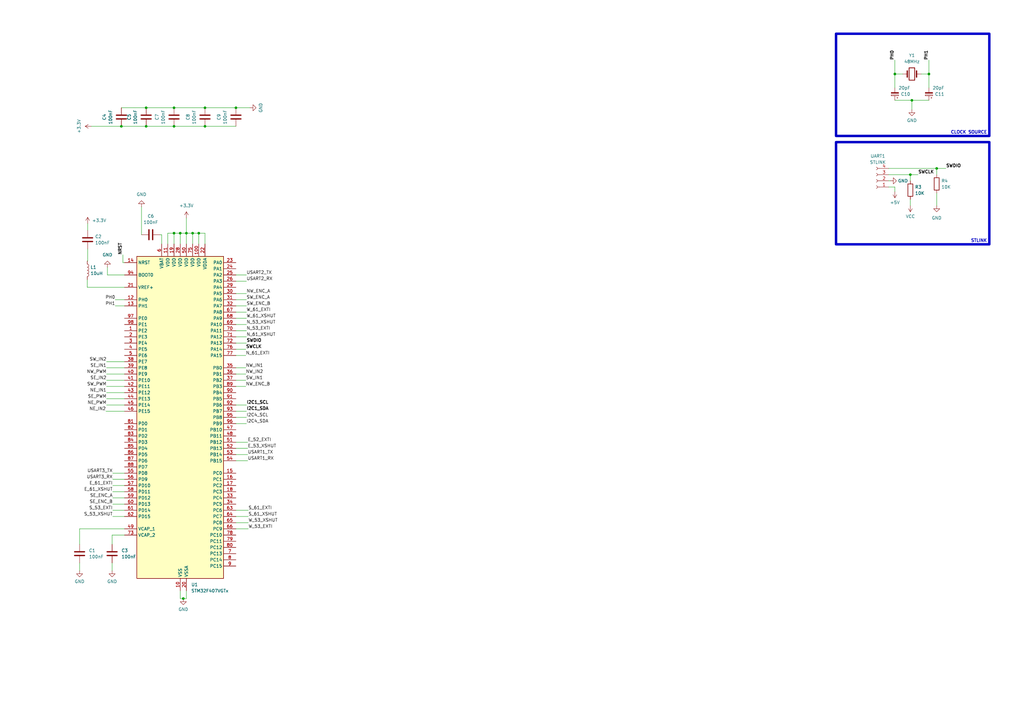
<source format=kicad_sch>
(kicad_sch (version 20231120) (generator "eeschema") (generator_version "8.0")
  (paper "A3")
  (lib_symbols
    (symbol "Connector:Conn_01x04_Socket" (pin_names (offset 1.016) hide)
      (property "Reference" "J" (at 0 5.08 0))
      (property "Value" "Conn_01x04_Socket" (at 0 -7.62 0))
      (symbol "Conn_01x04_Socket_1_1"
        (arc (start 0 -4.572) (mid -0.5058 -5.08) (end 0 -5.588) (stroke (width 0.1524)))
        (arc (start 0 -2.032) (mid -0.5058 -2.54) (end 0 -3.048) (stroke (width 0.1524)))
        (polyline (pts (xy -1.27 -5.08) (xy -0.508 -5.08)) (stroke (width 0.1524)))
        (polyline (pts (xy -1.27 -2.54) (xy -0.508 -2.54)) (stroke (width 0.1524)))
        (polyline (pts (xy -1.27 0) (xy -0.508 0)) (stroke (width 0.1524)))
        (polyline (pts (xy -1.27 2.54) (xy -0.508 2.54)) (stroke (width 0.1524)))
        (arc (start 0 0.508) (mid -0.5058 0) (end 0 -0.508) (stroke (width 0.1524)))
        (arc (start 0 3.048) (mid -0.5058 2.54) (end 0 2.032) (stroke (width 0.1524)))
        (pin passive line (at -5.08 2.54 0) (length 3.81) (name "Pin_1") (number "1"))
        (pin passive line (at -5.08 0 0) (length 3.81) (name "Pin_2") (number "2"))
        (pin passive line (at -5.08 -2.54 0) (length 3.81) (name "Pin_3") (number "3"))
        (pin passive line (at -5.08 -5.08 0) (length 3.81) (name "Pin_4") (number "4"))
      )
    )
    (symbol "Device:C" (pin_numbers hide) (pin_names (offset 0.254))
      (property "Reference" "C" (at 0.635 2.54 0))
      (property "Value" "C" (at 0.635 -2.54 0))
      (symbol "C_0_1"
        (polyline (pts (xy -2.032 -0.762) (xy 2.032 -0.762)) (stroke (width 0.508)))
        (polyline (pts (xy -2.032 0.762) (xy 2.032 0.762)) (stroke (width 0.508)))
      )
      (symbol "C_1_1"
        (pin passive line (at 0 3.81 270) (length 2.794) (name "~") (number "1"))
        (pin passive line (at 0 -3.81 90) (length 2.794) (name "~") (number "2"))
      )
    )
    (symbol "Device:C_Polarized_Small" (pin_numbers hide) (pin_names (offset 0.254) hide)
      (property "Reference" "C" (at 0.254 1.778 0))
      (property "Value" "C_Polarized_Small" (at 0.254 -2.032 0))
      (symbol "C_Polarized_Small_0_1"
        (rectangle (start -1.524 -0.3048) (end 1.524 -0.6858) (fill (type outline)))
        (rectangle (start -1.524 0.6858) (end 1.524 0.3048))
        (polyline (pts (xy -1.27 1.524) (xy -0.762 1.524)))
        (polyline (pts (xy -1.016 1.27) (xy -1.016 1.778)))
      )
      (symbol "C_Polarized_Small_1_1"
        (pin passive line (at 0 2.54 270) (length 1.8542) (name "~") (number "1"))
        (pin passive line (at 0 -2.54 90) (length 1.8542) (name "~") (number "2"))
      )
    )
    (symbol "Device:Crystal" (pin_numbers hide) (pin_names (offset 1.016) hide)
      (property "Reference" "Y" (at 0 3.81 0))
      (property "Value" "Crystal" (at 0 -3.81 0))
      (symbol "Crystal_0_1"
        (rectangle (start -1.143 2.54) (end 1.143 -2.54) (stroke (width 0.3048)))
        (polyline (pts (xy -2.54 0) (xy -1.905 0)))
        (polyline (pts (xy -1.905 -1.27) (xy -1.905 1.27)) (stroke (width 0.508)))
        (polyline (pts (xy 1.905 -1.27) (xy 1.905 1.27)) (stroke (width 0.508)))
        (polyline (pts (xy 2.54 0) (xy 1.905 0)))
      )
      (symbol "Crystal_1_1"
        (pin passive line (at -3.81 0 0) (length 1.27) (name "1") (number "1"))
        (pin passive line (at 3.81 0 180) (length 1.27) (name "2") (number "2"))
      )
    )
    (symbol "Device:L" (pin_numbers hide) (pin_names (offset 1.016) hide)
      (property "Reference" "L" (at -1.27 0 90))
      (property "Value" "L" (at 1.905 0 90))
      (symbol "L_0_1"
        (arc (start 0 -2.54) (mid 0.6323 -1.905) (end 0 -1.27))
        (arc (start 0 -1.27) (mid 0.6323 -0.635) (end 0 0))
        (arc (start 0 0) (mid 0.6323 0.635) (end 0 1.27))
        (arc (start 0 1.27) (mid 0.6323 1.905) (end 0 2.54))
      )
      (symbol "L_1_1"
        (pin passive line (at 0 3.81 270) (length 1.27) (name "1") (number "1"))
        (pin passive line (at 0 -3.81 90) (length 1.27) (name "2") (number "2"))
      )
    )
    (symbol "Device:R" (pin_numbers hide) (pin_names (offset 0))
      (property "Reference" "R" (at 2.032 0 90))
      (property "Value" "R" (at 0 0 90))
      (symbol "R_0_1"
        (rectangle (start -1.016 -2.54) (end 1.016 2.54) (stroke (width 0.254)))
      )
      (symbol "R_1_1"
        (pin passive line (at 0 3.81 270) (length 1.27) (name "~") (number "1"))
        (pin passive line (at 0 -3.81 90) (length 1.27) (name "~") (number "2"))
      )
    )
    (symbol "MCU_ST_STM32F4:STM32F407VGTx"
      (property "Reference" "U" (at -17.78 67.31 0))
      (property "Value" "STM32F407VGTx" (at 12.7 67.31 0))
      (symbol "STM32F407VGTx_0_1"
        (rectangle (start -17.78 -66.04) (end 17.78 66.04) (stroke (width 0.254)) (fill (type background)))
      )
      (symbol "STM32F407VGTx_1_1"
        (pin bidirectional line (at -22.86 35.56 0) (length 5.08) (name "PE2") (number "1"))
        (pin power_in line (at 0 -71.12 90) (length 5.08) (name "VSS") (number "10"))
        (pin power_in line (at 7.62 71.12 270) (length 5.08) (name "VDD") (number "100"))
        (pin power_in line (at -5.08 71.12 270) (length 5.08) (name "VDD") (number "11"))
        (pin bidirectional line (at -22.86 48.26 0) (length 5.08) (name "PH0") (number "12"))
        (pin bidirectional line (at -22.86 45.72 0) (length 5.08) (name "PH1") (number "13"))
        (pin input line (at -22.86 63.5 0) (length 5.08) (name "NRST") (number "14"))
        (pin bidirectional line (at 22.86 -22.86 180) (length 5.08) (name "PC0") (number "15"))
        (pin bidirectional line (at 22.86 -25.4 180) (length 5.08) (name "PC1") (number "16"))
        (pin bidirectional line (at 22.86 -27.94 180) (length 5.08) (name "PC2") (number "17"))
        (pin bidirectional line (at 22.86 -30.48 180) (length 5.08) (name "PC3") (number "18"))
        (pin power_in line (at -2.54 71.12 270) (length 5.08) (name "VDD") (number "19"))
        (pin bidirectional line (at -22.86 33.02 0) (length 5.08) (name "PE3") (number "2"))
        (pin power_in line (at 2.54 -71.12 90) (length 5.08) (name "VSSA") (number "20"))
        (pin input line (at -22.86 53.34 0) (length 5.08) (name "VREF+") (number "21"))
        (pin power_in line (at 10.16 71.12 270) (length 5.08) (name "VDDA") (number "22"))
        (pin bidirectional line (at 22.86 63.5 180) (length 5.08) (name "PA0") (number "23"))
        (pin bidirectional line (at 22.86 60.96 180) (length 5.08) (name "PA1") (number "24"))
        (pin bidirectional line (at 22.86 58.42 180) (length 5.08) (name "PA2") (number "25"))
        (pin bidirectional line (at 22.86 55.88 180) (length 5.08) (name "PA3") (number "26"))
        (pin passive line (at 0 -71.12 90) (length 5.08) hide (name "VSS") (number "27"))
        (pin power_in line (at 0 71.12 270) (length 5.08) (name "VDD") (number "28"))
        (pin bidirectional line (at 22.86 53.34 180) (length 5.08) (name "PA4") (number "29"))
        (pin bidirectional line (at -22.86 30.48 0) (length 5.08) (name "PE4") (number "3"))
        (pin bidirectional line (at 22.86 50.8 180) (length 5.08) (name "PA5") (number "30"))
        (pin bidirectional line (at 22.86 48.26 180) (length 5.08) (name "PA6") (number "31"))
        (pin bidirectional line (at 22.86 45.72 180) (length 5.08) (name "PA7") (number "32"))
        (pin bidirectional line (at 22.86 -33.02 180) (length 5.08) (name "PC4") (number "33"))
        (pin bidirectional line (at 22.86 -35.56 180) (length 5.08) (name "PC5") (number "34"))
        (pin bidirectional line (at 22.86 20.32 180) (length 5.08) (name "PB0") (number "35"))
        (pin bidirectional line (at 22.86 17.78 180) (length 5.08) (name "PB1") (number "36"))
        (pin bidirectional line (at 22.86 15.24 180) (length 5.08) (name "PB2") (number "37"))
        (pin bidirectional line (at -22.86 22.86 0) (length 5.08) (name "PE7") (number "38"))
        (pin bidirectional line (at -22.86 20.32 0) (length 5.08) (name "PE8") (number "39"))
        (pin bidirectional line (at -22.86 27.94 0) (length 5.08) (name "PE5") (number "4"))
        (pin bidirectional line (at -22.86 17.78 0) (length 5.08) (name "PE9") (number "40"))
        (pin bidirectional line (at -22.86 15.24 0) (length 5.08) (name "PE10") (number "41"))
        (pin bidirectional line (at -22.86 12.7 0) (length 5.08) (name "PE11") (number "42"))
        (pin bidirectional line (at -22.86 10.16 0) (length 5.08) (name "PE12") (number "43"))
        (pin bidirectional line (at -22.86 7.62 0) (length 5.08) (name "PE13") (number "44"))
        (pin bidirectional line (at -22.86 5.08 0) (length 5.08) (name "PE14") (number "45"))
        (pin bidirectional line (at -22.86 2.54 0) (length 5.08) (name "PE15") (number "46"))
        (pin bidirectional line (at 22.86 -5.08 180) (length 5.08) (name "PB10") (number "47"))
        (pin bidirectional line (at 22.86 -7.62 180) (length 5.08) (name "PB11") (number "48"))
        (pin power_out line (at -22.86 -45.72 0) (length 5.08) (name "VCAP_1") (number "49"))
        (pin bidirectional line (at -22.86 25.4 0) (length 5.08) (name "PE6") (number "5"))
        (pin power_in line (at 2.54 71.12 270) (length 5.08) (name "VDD") (number "50"))
        (pin bidirectional line (at 22.86 -10.16 180) (length 5.08) (name "PB12") (number "51"))
        (pin bidirectional line (at 22.86 -12.7 180) (length 5.08) (name "PB13") (number "52"))
        (pin bidirectional line (at 22.86 -15.24 180) (length 5.08) (name "PB14") (number "53"))
        (pin bidirectional line (at 22.86 -17.78 180) (length 5.08) (name "PB15") (number "54"))
        (pin bidirectional line (at -22.86 -22.86 0) (length 5.08) (name "PD8") (number "55"))
        (pin bidirectional line (at -22.86 -25.4 0) (length 5.08) (name "PD9") (number "56"))
        (pin bidirectional line (at -22.86 -27.94 0) (length 5.08) (name "PD10") (number "57"))
        (pin bidirectional line (at -22.86 -30.48 0) (length 5.08) (name "PD11") (number "58"))
        (pin bidirectional line (at -22.86 -33.02 0) (length 5.08) (name "PD12") (number "59"))
        (pin power_in line (at -7.62 71.12 270) (length 5.08) (name "VBAT") (number "6"))
        (pin bidirectional line (at -22.86 -35.56 0) (length 5.08) (name "PD13") (number "60"))
        (pin bidirectional line (at -22.86 -38.1 0) (length 5.08) (name "PD14") (number "61"))
        (pin bidirectional line (at -22.86 -40.64 0) (length 5.08) (name "PD15") (number "62"))
        (pin bidirectional line (at 22.86 -38.1 180) (length 5.08) (name "PC6") (number "63"))
        (pin bidirectional line (at 22.86 -40.64 180) (length 5.08) (name "PC7") (number "64"))
        (pin bidirectional line (at 22.86 -43.18 180) (length 5.08) (name "PC8") (number "65"))
        (pin bidirectional line (at 22.86 -45.72 180) (length 5.08) (name "PC9") (number "66"))
        (pin bidirectional line (at 22.86 43.18 180) (length 5.08) (name "PA8") (number "67"))
        (pin bidirectional line (at 22.86 40.64 180) (length 5.08) (name "PA9") (number "68"))
        (pin bidirectional line (at 22.86 38.1 180) (length 5.08) (name "PA10") (number "69"))
        (pin bidirectional line (at 22.86 -55.88 180) (length 5.08) (name "PC13") (number "7"))
        (pin bidirectional line (at 22.86 35.56 180) (length 5.08) (name "PA11") (number "70"))
        (pin bidirectional line (at 22.86 33.02 180) (length 5.08) (name "PA12") (number "71"))
        (pin bidirectional line (at 22.86 30.48 180) (length 5.08) (name "PA13") (number "72"))
        (pin power_out line (at -22.86 -48.26 0) (length 5.08) (name "VCAP_2") (number "73"))
        (pin passive line (at 0 -71.12 90) (length 5.08) hide (name "VSS") (number "74"))
        (pin power_in line (at 5.08 71.12 270) (length 5.08) (name "VDD") (number "75"))
        (pin bidirectional line (at 22.86 27.94 180) (length 5.08) (name "PA14") (number "76"))
        (pin bidirectional line (at 22.86 25.4 180) (length 5.08) (name "PA15") (number "77"))
        (pin bidirectional line (at 22.86 -48.26 180) (length 5.08) (name "PC10") (number "78"))
        (pin bidirectional line (at 22.86 -50.8 180) (length 5.08) (name "PC11") (number "79"))
        (pin bidirectional line (at 22.86 -58.42 180) (length 5.08) (name "PC14") (number "8"))
        (pin bidirectional line (at 22.86 -53.34 180) (length 5.08) (name "PC12") (number "80"))
        (pin bidirectional line (at -22.86 -2.54 0) (length 5.08) (name "PD0") (number "81"))
        (pin bidirectional line (at -22.86 -5.08 0) (length 5.08) (name "PD1") (number "82"))
        (pin bidirectional line (at -22.86 -7.62 0) (length 5.08) (name "PD2") (number "83"))
        (pin bidirectional line (at -22.86 -10.16 0) (length 5.08) (name "PD3") (number "84"))
        (pin bidirectional line (at -22.86 -12.7 0) (length 5.08) (name "PD4") (number "85"))
        (pin bidirectional line (at -22.86 -15.24 0) (length 5.08) (name "PD5") (number "86"))
        (pin bidirectional line (at -22.86 -17.78 0) (length 5.08) (name "PD6") (number "87"))
        (pin bidirectional line (at -22.86 -20.32 0) (length 5.08) (name "PD7") (number "88"))
        (pin bidirectional line (at 22.86 12.7 180) (length 5.08) (name "PB3") (number "89"))
        (pin bidirectional line (at 22.86 -60.96 180) (length 5.08) (name "PC15") (number "9"))
        (pin bidirectional line (at 22.86 10.16 180) (length 5.08) (name "PB4") (number "90"))
        (pin bidirectional line (at 22.86 7.62 180) (length 5.08) (name "PB5") (number "91"))
        (pin bidirectional line (at 22.86 5.08 180) (length 5.08) (name "PB6") (number "92"))
        (pin bidirectional line (at 22.86 2.54 180) (length 5.08) (name "PB7") (number "93"))
        (pin input line (at -22.86 58.42 0) (length 5.08) (name "BOOT0") (number "94"))
        (pin bidirectional line (at 22.86 0 180) (length 5.08) (name "PB8") (number "95"))
        (pin bidirectional line (at 22.86 -2.54 180) (length 5.08) (name "PB9") (number "96"))
        (pin bidirectional line (at -22.86 40.64 0) (length 5.08) (name "PE0") (number "97"))
        (pin bidirectional line (at -22.86 38.1 0) (length 5.08) (name "PE1") (number "98"))
        (pin passive line (at 0 -71.12 90) (length 5.08) hide (name "VSS") (number "99"))
      )
    )
    (symbol "power:+3.3V" (power) (pin_names (offset 0))
      (property "Value" "+3.3V" (at 0 3.556 0))
      (symbol "+3.3V_0_1"
        (polyline (pts (xy -0.762 1.27) (xy 0 2.54)))
        (polyline (pts (xy 0 0) (xy 0 2.54)))
        (polyline (pts (xy 0 2.54) (xy 0.762 1.27)))
      )
      (symbol "+3.3V_1_1"
        (pin power_in line (at 0 0 90) (length 0) hide (name "+3.3V") (number "1"))
      )
    )
    (symbol "power:+5V" (power) (pin_names (offset 0))
      (property "Value" "+5V" (at 0 3.556 0))
      (symbol "+5V_0_1"
        (polyline (pts (xy -0.762 1.27) (xy 0 2.54)))
        (polyline (pts (xy 0 0) (xy 0 2.54)))
        (polyline (pts (xy 0 2.54) (xy 0.762 1.27)))
      )
      (symbol "+5V_1_1"
        (pin power_in line (at 0 0 90) (length 0) hide (name "+5V") (number "1"))
      )
    )
    (symbol "power:GND" (power) (pin_names (offset 0))
      (property "Value" "GND" (at 0 -3.81 0))
      (symbol "GND_0_1"
        (polyline (pts (xy 0 0) (xy 0 -1.27) (xy 1.27 -1.27) (xy 0 -2.54) (xy -1.27 -1.27) (xy 0 -1.27)))
      )
      (symbol "GND_1_1"
        (pin power_in line (at 0 0 270) (length 0) hide (name "GND") (number "1"))
      )
    )
    (symbol "power:VCC" (power) (pin_names (offset 0))
      (property "Value" "VCC" (at 0 3.81 0))
      (symbol "VCC_0_1"
        (polyline (pts (xy -0.762 1.27) (xy 0 2.54)))
        (polyline (pts (xy 0 0) (xy 0 2.54)))
        (polyline (pts (xy 0 2.54) (xy 0.762 1.27)))
      )
      (symbol "VCC_1_1"
        (pin power_in line (at 0 0 90) (length 0) hide (name "VCC") (number "1"))
      )
    )
  )
  (junction (at 381 30.353))
  (junction (at 81.534 95.631))
  (junction (at 71.374 44.196))
  (junction (at 84.074 44.196))
  (junction (at 367.03 30.353))
  (junction (at 374.015 41.148))
  (junction (at 84.074 51.816))
  (junction (at 384.175 69.088))
  (junction (at 71.374 95.631))
  (junction (at 76.454 95.631))
  (junction (at 78.994 95.631))
  (junction (at 75.184 245.491))
  (junction (at 73.914 95.631))
  (junction (at 59.944 51.816))
  (junction (at 373.38 71.628))
  (junction (at 96.774 44.196))
  (junction (at 49.784 51.816))
  (junction (at 59.944 44.196))
  (junction (at 71.374 51.816))
  (wire (pts (xy 35.941 102.108) (xy 35.941 107.061)))
  (wire (pts (xy 50.419 107.696) (xy 50.419 104.521)))
  (wire (pts (xy 68.834 95.631) (xy 71.374 95.631)))
  (wire (pts (xy 96.774 125.476) (xy 101.092 125.476)))
  (wire (pts (xy 59.944 51.816) (xy 71.374 51.816)))
  (wire (pts (xy 43.688 153.416) (xy 51.054 153.416)))
  (wire (pts (xy 78.994 100.076) (xy 78.994 95.631)))
  (wire (pts (xy 367.03 30.353) (xy 367.03 36.068)))
  (wire (pts (xy 84.074 44.196) (xy 96.774 44.196)))
  (wire (pts (xy 51.054 107.696) (xy 50.419 107.696)))
  (wire (pts (xy 96.774 138.176) (xy 101.092 138.176)))
  (wire (pts (xy 65.659 96.266) (xy 66.294 96.266)))
  (wire (pts (xy 374.015 41.148) (xy 374.015 44.958)))
  (wire (pts (xy 73.914 95.631) (xy 73.914 100.076)))
  (wire (pts (xy 46.228 196.596) (xy 51.054 196.596)))
  (wire (pts (xy 96.774 186.436) (xy 101.6 186.436)))
  (wire (pts (xy 384.175 79.248) (xy 384.175 84.328)))
  (wire (pts (xy 96.774 115.316) (xy 101.092 115.316)))
  (wire (pts (xy 373.38 81.788) (xy 373.38 84.328)))
  (wire (pts (xy 46.228 194.056) (xy 51.054 194.056)))
  (wire (pts (xy 384.175 69.088) (xy 387.985 69.088)))
  (wire (pts (xy 45.974 219.456) (xy 45.974 223.266)))
  (wire (pts (xy 96.774 112.776) (xy 101.092 112.776)))
  (wire (pts (xy 32.639 216.916) (xy 32.639 223.266)))
  (wire (pts (xy 96.774 168.656) (xy 101.092 168.656)))
  (wire (pts (xy 96.774 173.736) (xy 101.092 173.736)))
  (wire (pts (xy 381 30.353) (xy 381 36.068)))
  (wire (pts (xy 367.03 24.638) (xy 367.03 30.353)))
  (wire (pts (xy 96.774 150.876) (xy 100.838 150.876)))
  (wire (pts (xy 32.639 230.886) (xy 32.639 234.061)))
  (wire (pts (xy 377.825 30.353) (xy 381 30.353)))
  (wire (pts (xy 73.914 95.631) (xy 76.454 95.631)))
  (wire (pts (xy 43.688 150.876) (xy 51.054 150.876)))
  (wire (pts (xy 373.38 71.628) (xy 376.555 71.628)))
  (wire (pts (xy 43.688 166.116) (xy 51.054 166.116)))
  (wire (pts (xy 96.774 140.716) (xy 101.092 140.716)))
  (wire (pts (xy 76.454 95.631) (xy 78.994 95.631)))
  (wire (pts (xy 66.294 96.266) (xy 66.294 100.076)))
  (wire (pts (xy 96.774 133.096) (xy 101.092 133.096)))
  (wire (pts (xy 78.994 95.631) (xy 81.534 95.631)))
  (wire (pts (xy 71.374 95.631) (xy 73.914 95.631)))
  (wire (pts (xy 51.054 216.916) (xy 32.639 216.916)))
  (wire (pts (xy 35.941 91.694) (xy 35.941 94.488)))
  (wire (pts (xy 96.774 153.416) (xy 100.838 153.416)))
  (wire (pts (xy 47.244 122.936) (xy 51.054 122.936)))
  (wire (pts (xy 71.374 51.816) (xy 84.074 51.816)))
  (wire (pts (xy 370.205 30.353) (xy 367.03 30.353)))
  (wire (pts (xy 367.03 41.148) (xy 374.015 41.148)))
  (wire (pts (xy 46.228 209.296) (xy 51.054 209.296)))
  (wire (pts (xy 96.774 120.396) (xy 101.092 120.396)))
  (wire (pts (xy 73.914 245.491) (xy 75.184 245.491)))
  (wire (pts (xy 96.774 122.936) (xy 101.092 122.936)))
  (wire (pts (xy 364.49 71.628) (xy 373.38 71.628)))
  (wire (pts (xy 96.774 211.836) (xy 101.854 211.836)))
  (wire (pts (xy 44.069 112.776) (xy 44.069 109.601)))
  (wire (pts (xy 96.774 135.636) (xy 101.092 135.636)))
  (wire (pts (xy 96.774 181.356) (xy 101.6 181.356)))
  (wire (pts (xy 58.039 84.836) (xy 58.039 96.266)))
  (wire (pts (xy 43.688 155.956) (xy 51.054 155.956)))
  (wire (pts (xy 71.374 95.631) (xy 71.374 100.076)))
  (wire (pts (xy 96.774 209.296) (xy 101.854 209.296)))
  (wire (pts (xy 46.228 204.216) (xy 51.054 204.216)))
  (wire (pts (xy 364.49 69.088) (xy 384.175 69.088)))
  (wire (pts (xy 96.774 188.976) (xy 101.6 188.976)))
  (wire (pts (xy 43.688 158.496) (xy 51.054 158.496)))
  (wire (pts (xy 96.774 171.196) (xy 101.092 171.196)))
  (wire (pts (xy 71.374 44.196) (xy 84.074 44.196)))
  (wire (pts (xy 35.814 117.856) (xy 35.814 114.681)))
  (wire (pts (xy 76.454 95.631) (xy 76.454 100.076)))
  (wire (pts (xy 46.228 201.676) (xy 51.054 201.676)))
  (wire (pts (xy 96.774 216.916) (xy 101.854 216.916)))
  (wire (pts (xy 76.454 89.408) (xy 76.454 95.631)))
  (wire (pts (xy 364.49 74.168) (xy 365.125 74.168)))
  (wire (pts (xy 73.914 242.316) (xy 73.914 245.491)))
  (wire (pts (xy 76.454 245.491) (xy 75.184 245.491)))
  (wire (pts (xy 374.015 41.148) (xy 381 41.148)))
  (wire (pts (xy 96.774 214.376) (xy 101.854 214.376)))
  (wire (pts (xy 43.688 163.576) (xy 51.054 163.576)))
  (wire (pts (xy 84.074 51.816) (xy 96.774 51.816)))
  (wire (pts (xy 381 24.638) (xy 381 30.353)))
  (wire (pts (xy 59.944 44.196) (xy 71.374 44.196)))
  (wire (pts (xy 367.03 76.708) (xy 367.03 78.613)))
  (wire (pts (xy 35.941 107.061) (xy 35.814 107.061)))
  (wire (pts (xy 46.228 199.136) (xy 51.054 199.136)))
  (wire (pts (xy 96.774 143.256) (xy 100.838 143.256)))
  (wire (pts (xy 84.074 100.076) (xy 84.074 95.631)))
  (wire (pts (xy 68.834 100.076) (xy 68.834 95.631)))
  (wire (pts (xy 384.175 69.088) (xy 384.175 71.628)))
  (wire (pts (xy 96.774 130.556) (xy 101.092 130.556)))
  (wire (pts (xy 96.774 155.956) (xy 100.838 155.956)))
  (wire (pts (xy 43.688 148.336) (xy 51.054 148.336)))
  (wire (pts (xy 96.774 44.196) (xy 102.489 44.196)))
  (wire (pts (xy 46.228 206.756) (xy 51.054 206.756)))
  (wire (pts (xy 49.784 44.196) (xy 59.944 44.196)))
  (wire (pts (xy 96.774 183.896) (xy 101.6 183.896)))
  (wire (pts (xy 96.774 166.116) (xy 101.092 166.116)))
  (wire (pts (xy 49.784 51.816) (xy 59.944 51.816)))
  (wire (pts (xy 96.774 158.496) (xy 100.838 158.496)))
  (wire (pts (xy 45.974 230.886) (xy 45.974 234.061)))
  (wire (pts (xy 76.454 242.316) (xy 76.454 245.491)))
  (wire (pts (xy 96.774 128.016) (xy 101.092 128.016)))
  (wire (pts (xy 46.228 211.836) (xy 51.054 211.836)))
  (wire (pts (xy 51.054 112.776) (xy 44.069 112.776)))
  (wire (pts (xy 43.434 168.656) (xy 51.054 168.656)))
  (wire (pts (xy 84.074 95.631) (xy 81.534 95.631)))
  (wire (pts (xy 96.774 145.796) (xy 100.838 145.796)))
  (wire (pts (xy 364.49 76.708) (xy 367.03 76.708)))
  (wire (pts (xy 47.244 125.476) (xy 51.054 125.476)))
  (wire (pts (xy 37.465 51.816) (xy 49.784 51.816)))
  (wire (pts (xy 373.38 71.628) (xy 373.38 74.168)))
  (wire (pts (xy 51.054 219.456) (xy 45.974 219.456)))
  (wire (pts (xy 51.054 117.856) (xy 35.814 117.856)))
  (wire (pts (xy 81.534 100.076) (xy 81.534 95.631)))
  (wire (pts (xy 43.688 161.036) (xy 51.054 161.036)))
  (rectangle (start 342.9 13.843) (end 405.765 55.753) (stroke (width 1)))
  (rectangle (start 342.9 58.293) (end 405.765 100.203) (stroke (width 1)))
  (text "CLOCK SOURCE\n" (at 389.89 55.118 0) (effects (font (size 1.27 1.27) (bold yes)) (justify left bottom)))
  (text "STLINK\n" (at 398.145 99.568 0) (effects (font (size 1.27 1.27) (bold yes)) (justify left bottom)))
  (label "SWDIO" (at 101.092 140.716 0) (effects (font (bold yes))))
  (label "I2C1_SCL" (at 101.092 166.116 0) (effects (font (bold yes))))
  (label "I2C1_SDA" (at 101.092 168.656 0) (effects (font (bold yes))))
  (label "SE_IN1" (at 43.688 150.876 180))
  (label "SWCLK" (at 100.838 143.256 0) (effects (font (bold yes))))
  (label "NE_IN1" (at 43.688 161.036 180))
  (label "N_61_XSHUT" (at 101.092 138.176 0))
  (label "N_61_EXTI" (at 100.838 145.796 0))
  (label "USART1_RX" (at 101.6 188.976 0))
  (label "E_61_EXTI" (at 46.228 199.136 180))
  (label "N_53_EXTI" (at 101.092 135.636 0))
  (label "NW_PWM" (at 43.688 153.416 180))
  (label "S_61_XSHUT" (at 101.854 211.836 0))
  (label "USART3_RX" (at 46.228 196.596 180))
  (label "S_53_XSHUT" (at 46.228 211.836 180))
  (label "W_53_XSHUT" (at 101.854 214.376 0))
  (label "NW_IN2" (at 100.838 153.416 0))
  (label "USART2_TX" (at 101.092 112.776 0))
  (label "NE_IN2" (at 43.434 168.656 180))
  (label "W_61_EXTI" (at 101.092 128.016 0))
  (label "E_53_XSHUT" (at 101.6 183.896 0))
  (label "PH0" (at 367.03 24.638 90) (effects (font (bold yes))))
  (label "USART1_TX" (at 101.6 186.436 0))
  (label "SW_PWM" (at 43.688 158.496 180))
  (label "E_61_XSHUT" (at 46.228 201.676 180))
  (label "SWCLK" (at 376.555 71.628 0) (effects (font (bold yes))))
  (label "NW_ENC_A" (at 101.092 120.396 0))
  (label "NRST" (at 50.419 104.521 90) (effects (font (bold yes))))
  (label "N_53_XSHUT" (at 101.092 133.096 0))
  (label "E_52_EXTI" (at 101.6 181.356 0))
  (label "SW_ENC_A" (at 101.092 122.936 0))
  (label "SE_ENC_B" (at 46.228 206.756 180))
  (label "W_61_XSHUT" (at 101.092 130.556 0))
  (label "W_53_EXTI" (at 101.854 216.916 0))
  (label "I2C4_SDA" (at 101.092 173.736 0))
  (label "SWDIO" (at 387.985 69.088 0) (effects (font (bold yes))))
  (label "S_61_EXTI" (at 101.854 209.296 0))
  (label "SW_IN1" (at 100.838 155.956 0))
  (label "PH1" (at 381 24.638 90) (effects (font (bold yes))))
  (label "SE_ENC_A" (at 46.228 204.216 180))
  (label "SW_ENC_B" (at 101.092 125.476 0))
  (label "SW_IN2" (at 43.688 148.336 180))
  (label "USART2_RX" (at 101.092 115.316 0))
  (label "NW_IN1" (at 100.838 150.876 0))
  (label "NW_ENC_B" (at 100.838 158.496 0))
  (label "PH0" (at 47.244 122.936 180))
  (label "SE_PWM" (at 43.688 163.576 180))
  (label "NE_PWM" (at 43.688 166.116 180))
  (label "SE_IN2" (at 43.688 155.956 180))
  (label "I2C4_SCL" (at 101.092 171.196 0))
  (label "PH1" (at 47.244 125.476 180))
  (label "S_53_EXTI" (at 46.228 209.296 180))
  (label "USART3_TX" (at 46.228 194.056 180))
  (symbol (lib_id "power:GND") (at 45.974 234.061 0) (unit 1)
    (property "Reference" "#PWR05" (effects (hide yes)))
    (property "Value" "GND" (at 45.974 238.506 0))
  )
  (symbol (lib_id "power:GND") (at 374.015 44.958 0) (unit 1)
    (property "Reference" "#PWR015" (effects (hide yes)))
    (property "Value" "GND" (at 374.015 49.403 0))
  )
  (symbol (lib_id "power:GND") (at 365.125 74.168 90) (unit 1)
    (property "Reference" "#PWR012" (effects (hide yes)))
    (property "Value" "GND" (at 368.3 74.168 90) (effects (justify right)))
  )
  (symbol (lib_id "power:GND") (at 384.175 84.328 0) (unit 1)
    (property "Reference" "#PWR016" (effects (hide yes)))
    (property "Value" "GND" (at 384.175 89.408 0))
  )
  (symbol (lib_id "Device:C") (at 61.849 96.266 90) (unit 1)
    (property "Reference" "C6" (at 61.849 88.646 90))
    (property "Value" "100nF" (at 61.849 91.186 90))
    (property "Footprint" "Capacitor_SMD:C_0603_1608Metric" (effects (hide yes)))
  )
  (symbol (lib_id "Device:C_Polarized_Small") (at 367.03 38.608 180) (unit 1)
    (property "Reference" "C10" (at 373.38 38.608 0) (effects (justify left)))
    (property "Value" "20pF" (at 373.38 36.068 0) (effects (justify left)))
    (property "Footprint" "Capacitor_SMD:C_0603_1608Metric" (effects (hide yes)))
  )
  (symbol (lib_id "power:+3.3V") (at 35.941 91.694 0) (unit 1)
    (property "Reference" "#PWR02" (effects (hide yes)))
    (property "Value" "+3.3V" (at 37.719 90.424 0) (effects (justify left)))
  )
  (symbol (lib_id "power:+5V") (at 367.03 78.613 180) (unit 1)
    (property "Reference" "#PWR013" (effects (hide yes)))
    (property "Value" "+5V" (at 367.03 83.058 0))
  )
  (symbol (lib_id "Device:L") (at 35.814 110.871 0) (unit 1)
    (property "Reference" "L1" (at 37.084 109.601 0) (effects (justify left)))
    (property "Value" "10uH" (at 37.084 112.141 0) (effects (justify left)))
    (property "Footprint" "Capacitor_SMD:C_0805_2012Metric_Pad1.18x1.45mm_HandSolder" (effects (hide yes)))
  )
  (symbol (lib_id "Device:R") (at 384.175 75.438 0) (unit 1)
    (property "Reference" "R4" (at 386.08 74.168 0) (effects (justify left)))
    (property "Value" "10K" (at 386.08 76.708 0) (effects (justify left)))
    (property "Footprint" "Resistor_SMD:R_0603_1608Metric" (effects (hide yes)))
  )
  (symbol (lib_id "MCU_ST_STM32F4:STM32F407VGTx") (at 73.914 171.196 0) (unit 1)
    (property "Reference" "U1" (at 78.4099 239.776 0) (effects (justify left)))
    (property "Value" "STM32F407VGTx" (at 78.4099 242.316 0) (effects (justify left)))
    (property "Footprint" "Package_QFP:LQFP-100_14x14mm_P0.5mm" (effects (hide yes)))
    (property "Datasheet" "https://www.st.com/resource/en/datasheet/stm32f407vg.pdf" (effects (hide yes)))
  )
  (symbol (lib_id "power:+3.3V") (at 37.465 51.816 90) (unit 1)
    (property "Reference" "#PWR03" (effects (hide yes)))
    (property "Value" "+3.3V" (at 32.385 51.816 0))
  )
  (symbol (lib_id "power:GND") (at 75.184 245.491 0) (unit 1)
    (property "Reference" "#PWR07" (effects (hide yes)))
    (property "Value" "GND" (at 75.184 249.936 0))
  )
  (symbol (lib_id "Device:R") (at 373.38 77.978 0) (unit 1)
    (property "Reference" "R3" (at 375.285 76.708 0) (effects (justify left)))
    (property "Value" "10K" (at 375.285 79.248 0) (effects (justify left)))
    (property "Footprint" "Resistor_SMD:R_0603_1608Metric" (effects (hide yes)))
  )
  (symbol (lib_id "power:+3.3V") (at 76.454 89.408 0) (unit 1)
    (property "Reference" "#PWR08" (effects (hide yes)))
    (property "Value" "+3.3V" (at 76.454 84.328 0))
  )
  (symbol (lib_id "Device:C") (at 49.784 48.006 180) (unit 1)
    (property "Reference" "C4" (at 42.799 48.006 90))
    (property "Value" "100nF" (at 45.339 48.006 90))
    (property "Footprint" "Capacitor_SMD:C_0603_1608Metric" (effects (hide yes)))
  )
  (symbol (lib_id "Device:C") (at 59.944 48.006 180) (unit 1)
    (property "Reference" "C5" (at 52.959 48.006 90))
    (property "Value" "100nF" (at 55.499 48.006 90))
    (property "Footprint" "Capacitor_SMD:C_0603_1608Metric" (effects (hide yes)))
  )
  (symbol (lib_id "Connector:Conn_01x04_Socket") (at 359.41 74.168 180) (unit 1)
    (property "Reference" "UART1" (at 360.045 64.008 0))
    (property "Value" "STLINK" (at 360.045 66.548 0))
    (property "Footprint" "JST254:JST 4" (effects (hide yes)))
  )
  (symbol (lib_id "power:VCC") (at 373.38 84.328 180) (unit 1)
    (property "Reference" "#PWR014" (effects (hide yes)))
    (property "Value" "VCC" (at 373.38 88.773 0))
  )
  (symbol (lib_id "power:GND") (at 58.039 84.836 180) (unit 1)
    (property "Reference" "#PWR06" (effects (hide yes)))
    (property "Value" "GND" (at 58.039 79.756 0))
  )
  (symbol (lib_id "Device:C") (at 71.374 48.006 180) (unit 1)
    (property "Reference" "C7" (at 64.389 48.006 90))
    (property "Value" "100nF" (at 66.929 48.006 90))
    (property "Footprint" "Capacitor_SMD:C_0603_1608Metric" (effects (hide yes)))
  )
  (symbol (lib_id "Device:Crystal") (at 374.015 30.353 0) (unit 1)
    (property "Reference" "Y1" (at 374.015 22.733 0))
    (property "Value" "48MHz" (at 374.015 25.273 0))
    (property "Footprint" "Crystal:Crystal_SMD_3225-4Pin_3.2x2.5mm_HandSoldering" (effects (hide yes)))
  )
  (symbol (lib_id "Device:C") (at 96.774 48.006 180) (unit 1)
    (property "Reference" "C9" (at 89.789 48.006 90))
    (property "Value" "100nF" (at 92.329 48.006 90))
    (property "Footprint" "Capacitor_SMD:C_0603_1608Metric" (effects (hide yes)))
  )
  (symbol (lib_id "Device:C") (at 35.941 98.298 0) (unit 1)
    (property "Reference" "C2" (at 38.989 97.028 0) (effects (justify left)))
    (property "Value" "100nF" (at 38.989 99.568 0) (effects (justify left)))
    (property "Footprint" "Capacitor_SMD:C_0603_1608Metric" (effects (hide yes)))
  )
  (symbol (lib_id "power:GND") (at 44.069 109.601 180) (unit 1)
    (property "Reference" "#PWR04" (effects (hide yes)))
    (property "Value" "GND" (at 44.069 104.521 0))
  )
  (symbol (lib_id "power:GND") (at 32.639 234.061 0) (unit 1)
    (property "Reference" "#PWR01" (effects (hide yes)))
    (property "Value" "GND" (at 32.639 238.506 0))
  )
  (symbol (lib_id "power:GND") (at 102.489 44.196 90) (unit 1)
    (property "Reference" "#PWR09" (effects (hide yes)))
    (property "Value" "GND" (at 106.934 44.196 0))
  )
  (symbol (lib_id "Device:C") (at 45.974 227.076 180) (unit 1)
    (property "Reference" "C3" (at 49.784 225.806 0) (effects (justify right)))
    (property "Value" "100nF" (at 49.784 228.346 0) (effects (justify right)))
    (property "Footprint" "Capacitor_SMD:C_0603_1608Metric" (effects (hide yes)))
  )
  (symbol (lib_id "Device:C_Polarized_Small") (at 381 38.608 180) (unit 1)
    (property "Reference" "C11" (at 387.35 38.608 0) (effects (justify left)))
    (property "Value" "20pF" (at 387.35 36.068 0) (effects (justify left)))
    (property "Footprint" "Capacitor_SMD:C_0603_1608Metric" (effects (hide yes)))
  )
  (symbol (lib_id "Device:C") (at 84.074 48.006 180) (unit 1)
    (property "Reference" "C8" (at 77.089 48.006 90))
    (property "Value" "100nF" (at 79.629 48.006 90))
    (property "Footprint" "Capacitor_SMD:C_0603_1608Metric" (effects (hide yes)))
  )
  (symbol (lib_id "Device:C") (at 32.639 227.076 180) (unit 1)
    (property "Reference" "C1" (at 36.449 225.806 0) (effects (justify right)))
    (property "Value" "100nF" (at 36.449 228.346 0) (effects (justify right)))
    (property "Footprint" "Capacitor_SMD:C_0603_1608Metric" (effects (hide yes)))
  )
)
</source>
